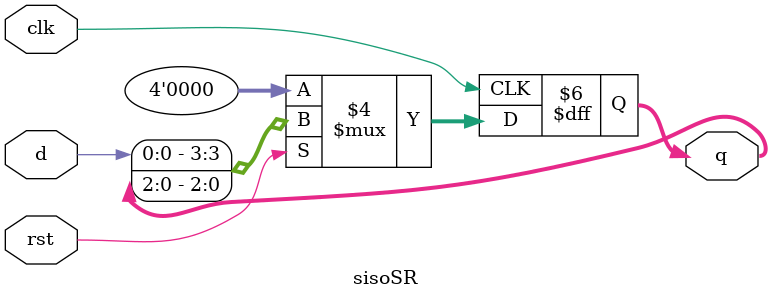
<source format=v>
`timescale 1ns / 1ps

module sisoSR(d,q,rst,clk);
input d,clk,rst;
output reg [3:0] q;

always @ (posedge clk) begin
    if(!rst)
        q<=4'b0000;         // initialising output as 0
    else    
        q<={d,q[2:0]};      // concatenating the input "d" with "q"  
end
endmodule

</source>
